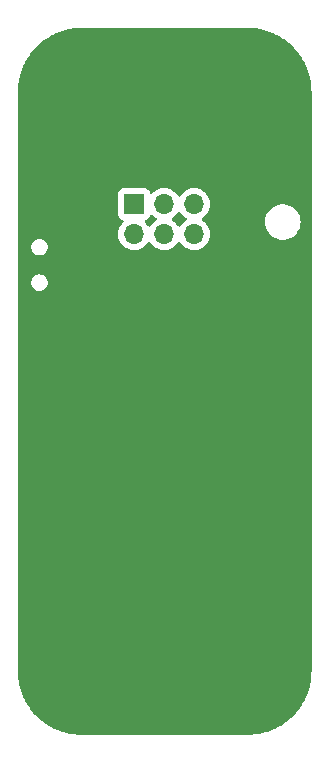
<source format=gtl>
%TF.GenerationSoftware,KiCad,Pcbnew,(7.0.0-0)*%
%TF.CreationDate,2023-07-23T12:51:30-06:00*%
%TF.ProjectId,SAO_pin,53414f5f-7069-46e2-9e6b-696361645f70,rev?*%
%TF.SameCoordinates,Original*%
%TF.FileFunction,Copper,L1,Top*%
%TF.FilePolarity,Positive*%
%FSLAX46Y46*%
G04 Gerber Fmt 4.6, Leading zero omitted, Abs format (unit mm)*
G04 Created by KiCad (PCBNEW (7.0.0-0)) date 2023-07-23 12:51:30*
%MOMM*%
%LPD*%
G01*
G04 APERTURE LIST*
%TA.AperFunction,ComponentPad*%
%ADD10R,1.700000X1.700000*%
%TD*%
%TA.AperFunction,ComponentPad*%
%ADD11O,1.700000X1.700000*%
%TD*%
G04 APERTURE END LIST*
D10*
%TO.P,J1,1,Pin_1*%
%TO.N,Net-(J1-Pin_1)*%
X90419999Y-51999999D03*
D11*
%TO.P,J1,2,Pin_2*%
%TO.N,GND*%
X90419999Y-54539999D03*
%TO.P,J1,3,Pin_3*%
%TO.N,unconnected-(J1-Pin_3-Pad3)*%
X92959999Y-51999999D03*
%TO.P,J1,4,Pin_4*%
%TO.N,unconnected-(J1-Pin_4-Pad4)*%
X92959999Y-54539999D03*
%TO.P,J1,5,Pin_5*%
%TO.N,unconnected-(J1-Pin_5-Pad5)*%
X95499999Y-51999999D03*
%TO.P,J1,6,Pin_6*%
%TO.N,unconnected-(J1-Pin_6-Pad6)*%
X95499999Y-54539999D03*
%TD*%
%TA.AperFunction,NonConductor*%
G36*
X100031971Y-37070461D02*
G01*
X100034739Y-37070494D01*
X100162261Y-37072058D01*
X100165230Y-37072132D01*
X100294621Y-37076897D01*
X100297604Y-37077043D01*
X100426865Y-37084985D01*
X100429880Y-37085208D01*
X100558920Y-37096320D01*
X100561847Y-37096608D01*
X100690664Y-37110893D01*
X100693516Y-37111245D01*
X100821960Y-37128691D01*
X100824816Y-37129115D01*
X100952671Y-37149686D01*
X100955597Y-37150193D01*
X101082952Y-37173906D01*
X101085842Y-37174481D01*
X101212594Y-37201314D01*
X101215474Y-37201961D01*
X101341475Y-37231883D01*
X101344368Y-37232608D01*
X101459019Y-37262828D01*
X101469581Y-37265612D01*
X101472512Y-37266423D01*
X101596887Y-37302490D01*
X101599734Y-37303354D01*
X101723128Y-37342445D01*
X101726001Y-37343394D01*
X101848459Y-37385521D01*
X101851300Y-37386537D01*
X101972682Y-37431657D01*
X101975521Y-37432753D01*
X102095658Y-37480798D01*
X102098469Y-37481962D01*
X102217479Y-37532977D01*
X102220262Y-37534210D01*
X102337957Y-37588119D01*
X102340707Y-37589420D01*
X102457063Y-37646210D01*
X102459782Y-37647579D01*
X102574674Y-37707189D01*
X102577312Y-37708598D01*
X102690860Y-37771095D01*
X102693365Y-37772515D01*
X102805085Y-37837628D01*
X102805195Y-37837692D01*
X102807794Y-37839249D01*
X102917879Y-37907082D01*
X102918042Y-37907182D01*
X102920567Y-37908780D01*
X103029092Y-37979383D01*
X103031621Y-37981074D01*
X103138391Y-38054326D01*
X103140880Y-38056079D01*
X103245784Y-38131904D01*
X103248228Y-38133716D01*
X103351264Y-38212110D01*
X103353602Y-38213934D01*
X103454685Y-38294836D01*
X103457037Y-38296766D01*
X103556124Y-38380140D01*
X103558428Y-38382128D01*
X103655383Y-38467859D01*
X103657617Y-38469883D01*
X103699343Y-38508644D01*
X103752480Y-38558007D01*
X103754669Y-38560091D01*
X103847415Y-38650587D01*
X103849511Y-38652684D01*
X103939874Y-38745295D01*
X103941970Y-38747497D01*
X104030116Y-38842383D01*
X104032119Y-38844592D01*
X104117873Y-38941571D01*
X104119858Y-38943872D01*
X104203236Y-39042966D01*
X104205165Y-39045317D01*
X104286040Y-39146366D01*
X104287897Y-39148746D01*
X104366290Y-39251780D01*
X104368060Y-39254166D01*
X104368096Y-39254215D01*
X104443923Y-39359122D01*
X104445675Y-39361611D01*
X104518931Y-39468387D01*
X104520577Y-39470849D01*
X104591189Y-39579385D01*
X104592811Y-39581947D01*
X104660743Y-39692195D01*
X104662307Y-39694804D01*
X104727460Y-39806592D01*
X104728953Y-39809227D01*
X104791401Y-39922689D01*
X104792836Y-39925373D01*
X104852437Y-40040249D01*
X104853805Y-40042967D01*
X104910593Y-40159320D01*
X104911894Y-40162072D01*
X104965792Y-40279747D01*
X104967024Y-40282526D01*
X105018027Y-40401500D01*
X105019193Y-40404315D01*
X105067255Y-40524501D01*
X105068350Y-40527338D01*
X105113456Y-40648683D01*
X105114482Y-40651551D01*
X105156588Y-40773949D01*
X105157542Y-40776837D01*
X105196646Y-40900271D01*
X105197529Y-40903184D01*
X105233565Y-41027449D01*
X105234377Y-41030380D01*
X105267381Y-41155591D01*
X105268121Y-41158545D01*
X105298026Y-41284470D01*
X105298692Y-41287439D01*
X105325506Y-41414095D01*
X105326100Y-41417079D01*
X105349797Y-41544352D01*
X105350317Y-41547352D01*
X105370875Y-41675123D01*
X105371322Y-41678133D01*
X105388744Y-41806412D01*
X105389116Y-41809432D01*
X105403381Y-41938057D01*
X105403680Y-41941085D01*
X105414792Y-42070114D01*
X105415016Y-42073151D01*
X105422954Y-42202365D01*
X105423103Y-42205404D01*
X105427866Y-42334732D01*
X105427941Y-42337774D01*
X105429540Y-42468030D01*
X105429549Y-42469552D01*
X105429549Y-91530448D01*
X105429540Y-91531970D01*
X105427941Y-91662224D01*
X105427866Y-91665266D01*
X105423103Y-91794594D01*
X105422954Y-91797634D01*
X105415015Y-91926852D01*
X105414791Y-91929886D01*
X105403682Y-92058897D01*
X105403383Y-92061928D01*
X105389118Y-92190549D01*
X105388746Y-92193568D01*
X105371321Y-92321865D01*
X105370875Y-92324874D01*
X105350309Y-92452692D01*
X105349797Y-92455646D01*
X105326100Y-92582919D01*
X105325506Y-92585903D01*
X105298692Y-92712559D01*
X105298026Y-92715528D01*
X105268121Y-92841453D01*
X105267381Y-92844407D01*
X105234377Y-92969618D01*
X105233565Y-92972549D01*
X105197529Y-93096814D01*
X105196646Y-93099727D01*
X105157542Y-93223161D01*
X105156588Y-93226049D01*
X105114482Y-93348447D01*
X105113456Y-93351315D01*
X105068350Y-93472660D01*
X105067255Y-93475498D01*
X105019201Y-93595662D01*
X105018035Y-93598476D01*
X104967015Y-93717492D01*
X104965783Y-93720272D01*
X104911894Y-93837927D01*
X104910593Y-93840678D01*
X104853805Y-93957031D01*
X104852437Y-93959749D01*
X104792836Y-94074625D01*
X104791401Y-94077309D01*
X104728953Y-94190771D01*
X104727452Y-94193421D01*
X104662307Y-94305194D01*
X104660743Y-94307803D01*
X104592811Y-94418051D01*
X104591195Y-94420603D01*
X104520616Y-94529091D01*
X104518931Y-94531611D01*
X104445675Y-94638387D01*
X104443923Y-94640876D01*
X104368087Y-94745796D01*
X104366274Y-94748240D01*
X104287913Y-94851232D01*
X104286040Y-94853632D01*
X104205165Y-94954681D01*
X104203236Y-94957032D01*
X104119858Y-95056126D01*
X104117869Y-95058432D01*
X104032161Y-95155360D01*
X104030116Y-95157615D01*
X103941970Y-95252501D01*
X103939874Y-95254703D01*
X103849515Y-95347310D01*
X103847361Y-95349464D01*
X103754684Y-95439893D01*
X103752481Y-95441991D01*
X103657639Y-95530095D01*
X103655383Y-95532139D01*
X103558428Y-95617870D01*
X103556124Y-95619858D01*
X103457037Y-95703232D01*
X103454685Y-95705162D01*
X103353633Y-95786039D01*
X103351233Y-95787912D01*
X103248228Y-95866282D01*
X103245784Y-95868094D01*
X103140880Y-95943919D01*
X103138391Y-95945672D01*
X103031621Y-96018924D01*
X103029092Y-96020615D01*
X102920614Y-96091188D01*
X102918042Y-96092816D01*
X102807805Y-96160742D01*
X102805195Y-96162306D01*
X102693407Y-96227459D01*
X102690799Y-96228937D01*
X102609412Y-96273732D01*
X102577358Y-96291375D01*
X102574674Y-96292809D01*
X102459782Y-96352419D01*
X102457063Y-96353788D01*
X102340707Y-96410578D01*
X102337957Y-96411879D01*
X102220262Y-96465788D01*
X102217479Y-96467021D01*
X102098469Y-96518036D01*
X102095658Y-96519200D01*
X101975521Y-96567245D01*
X101972682Y-96568341D01*
X101851316Y-96613455D01*
X101848448Y-96614481D01*
X101726001Y-96656604D01*
X101723113Y-96657558D01*
X101599779Y-96696630D01*
X101596866Y-96697514D01*
X101472512Y-96733575D01*
X101469581Y-96734386D01*
X101344408Y-96767380D01*
X101341453Y-96768120D01*
X101215474Y-96798037D01*
X101212517Y-96798701D01*
X101085927Y-96825500D01*
X101082944Y-96826093D01*
X100955633Y-96849798D01*
X100952633Y-96850318D01*
X100824888Y-96870872D01*
X100821881Y-96871318D01*
X100693596Y-96888742D01*
X100690585Y-96889114D01*
X100561901Y-96903384D01*
X100558872Y-96903682D01*
X100429886Y-96914789D01*
X100426853Y-96915013D01*
X100297633Y-96922953D01*
X100294592Y-96923102D01*
X100165268Y-96927865D01*
X100162226Y-96927940D01*
X100031971Y-96929539D01*
X100030449Y-96929548D01*
X85969551Y-96929548D01*
X85968029Y-96929539D01*
X85837773Y-96927940D01*
X85834731Y-96927865D01*
X85705406Y-96923102D01*
X85702365Y-96922953D01*
X85573142Y-96915013D01*
X85570109Y-96914789D01*
X85441089Y-96903679D01*
X85438059Y-96903380D01*
X85309448Y-96889117D01*
X85306428Y-96888745D01*
X85178132Y-96871320D01*
X85175123Y-96870874D01*
X85143069Y-96865716D01*
X85047339Y-96850314D01*
X85044366Y-96849798D01*
X84917055Y-96826093D01*
X84914071Y-96825499D01*
X84787453Y-96798694D01*
X84784485Y-96798028D01*
X84658545Y-96768120D01*
X84655590Y-96767380D01*
X84530417Y-96734386D01*
X84527487Y-96733575D01*
X84403145Y-96697518D01*
X84400262Y-96696643D01*
X84276812Y-96657534D01*
X84273949Y-96656588D01*
X84151537Y-96614477D01*
X84148698Y-96613461D01*
X84028420Y-96568752D01*
X84027371Y-96568362D01*
X84024533Y-96567267D01*
X83927687Y-96528538D01*
X83904257Y-96519168D01*
X83901492Y-96518022D01*
X83782520Y-96467021D01*
X83779780Y-96465807D01*
X83662629Y-96412149D01*
X83662070Y-96411893D01*
X83659319Y-96410592D01*
X83542966Y-96353804D01*
X83540248Y-96352436D01*
X83425372Y-96292835D01*
X83422688Y-96291400D01*
X83309226Y-96228952D01*
X83306630Y-96227481D01*
X83218426Y-96176074D01*
X83194803Y-96162306D01*
X83192194Y-96160742D01*
X83081946Y-96092810D01*
X83079430Y-96091217D01*
X82970848Y-96020576D01*
X82968386Y-96018930D01*
X82861610Y-95945674D01*
X82859121Y-95943922D01*
X82811818Y-95909731D01*
X82754165Y-95868059D01*
X82751769Y-95866282D01*
X82648745Y-95787896D01*
X82646385Y-95786055D01*
X82545316Y-95705164D01*
X82542965Y-95703235D01*
X82443871Y-95619857D01*
X82441593Y-95617892D01*
X82344591Y-95532118D01*
X82342382Y-95530115D01*
X82247496Y-95441969D01*
X82245293Y-95439873D01*
X82152603Y-95349431D01*
X82150508Y-95347335D01*
X82060104Y-95254683D01*
X82058006Y-95252480D01*
X81969902Y-95157638D01*
X81967858Y-95155382D01*
X81882127Y-95058427D01*
X81880139Y-95056123D01*
X81796765Y-94957036D01*
X81794835Y-94954684D01*
X81794833Y-94954681D01*
X81713933Y-94853601D01*
X81712109Y-94851263D01*
X81633715Y-94748227D01*
X81631903Y-94745783D01*
X81556078Y-94640879D01*
X81554325Y-94638390D01*
X81481073Y-94531620D01*
X81479382Y-94529091D01*
X81408816Y-94420623D01*
X81408779Y-94420566D01*
X81407181Y-94418041D01*
X81339255Y-94307804D01*
X81339254Y-94307803D01*
X81339248Y-94307793D01*
X81337691Y-94305194D01*
X81272547Y-94193421D01*
X81272514Y-94193364D01*
X81271094Y-94190859D01*
X81208596Y-94077309D01*
X81207188Y-94074673D01*
X81147578Y-93959781D01*
X81146209Y-93957062D01*
X81089419Y-93840706D01*
X81088119Y-93837956D01*
X81034216Y-93720275D01*
X81032982Y-93717492D01*
X80981963Y-93598474D01*
X80980798Y-93595663D01*
X80980798Y-93595662D01*
X80932724Y-93475451D01*
X80931648Y-93472660D01*
X80886542Y-93351315D01*
X80885516Y-93348447D01*
X80843393Y-93226000D01*
X80842439Y-93223112D01*
X80803335Y-93099675D01*
X80802505Y-93096942D01*
X80766412Y-92972476D01*
X80765621Y-92969618D01*
X80763718Y-92962401D01*
X80732607Y-92844367D01*
X80731882Y-92841474D01*
X80701962Y-92715480D01*
X80701296Y-92712512D01*
X80674494Y-92585912D01*
X80673900Y-92582928D01*
X80650187Y-92455567D01*
X80649690Y-92452701D01*
X80629114Y-92324815D01*
X80628688Y-92321947D01*
X80611246Y-92193529D01*
X80610892Y-92190657D01*
X80596607Y-92061844D01*
X80596318Y-92058907D01*
X80596317Y-92058897D01*
X80585200Y-91929804D01*
X80584987Y-91926916D01*
X80577042Y-91797600D01*
X80576895Y-91794594D01*
X80572132Y-91665267D01*
X80572057Y-91662223D01*
X80570460Y-91531970D01*
X80570451Y-91530450D01*
X80570451Y-58735056D01*
X81689500Y-58735056D01*
X81691293Y-58742332D01*
X81691294Y-58742337D01*
X81728415Y-58892944D01*
X81730210Y-58900225D01*
X81733693Y-58906862D01*
X81733695Y-58906866D01*
X81796129Y-59025823D01*
X81809266Y-59050852D01*
X81922071Y-59178183D01*
X82062070Y-59274818D01*
X82221128Y-59335140D01*
X82347628Y-59350500D01*
X82428623Y-59350500D01*
X82432372Y-59350500D01*
X82558872Y-59335140D01*
X82717930Y-59274818D01*
X82857929Y-59178183D01*
X82970734Y-59050852D01*
X83049790Y-58900225D01*
X83090500Y-58735056D01*
X83090500Y-58564944D01*
X83049790Y-58399775D01*
X82970734Y-58249148D01*
X82857929Y-58121817D01*
X82851760Y-58117558D01*
X82851758Y-58117557D01*
X82724106Y-58029445D01*
X82724105Y-58029444D01*
X82717930Y-58025182D01*
X82710915Y-58022521D01*
X82710912Y-58022520D01*
X82565888Y-57967520D01*
X82565882Y-57967518D01*
X82558872Y-57964860D01*
X82551427Y-57963956D01*
X82551423Y-57963955D01*
X82436092Y-57949951D01*
X82436080Y-57949950D01*
X82432372Y-57949500D01*
X82347628Y-57949500D01*
X82343920Y-57949950D01*
X82343907Y-57949951D01*
X82228576Y-57963955D01*
X82228570Y-57963956D01*
X82221128Y-57964860D01*
X82214119Y-57967517D01*
X82214111Y-57967520D01*
X82069087Y-58022520D01*
X82069081Y-58022523D01*
X82062070Y-58025182D01*
X82055897Y-58029442D01*
X82055893Y-58029445D01*
X81928241Y-58117557D01*
X81928235Y-58117562D01*
X81922071Y-58121817D01*
X81917099Y-58127428D01*
X81917098Y-58127430D01*
X81814241Y-58243531D01*
X81814236Y-58243537D01*
X81809266Y-58249148D01*
X81805780Y-58255788D01*
X81805779Y-58255791D01*
X81733695Y-58393133D01*
X81733692Y-58393140D01*
X81730210Y-58399775D01*
X81728416Y-58407050D01*
X81728415Y-58407055D01*
X81691294Y-58557662D01*
X81691293Y-58557668D01*
X81689500Y-58564944D01*
X81689500Y-58735056D01*
X80570451Y-58735056D01*
X80570451Y-55735056D01*
X81689500Y-55735056D01*
X81691293Y-55742332D01*
X81691294Y-55742337D01*
X81724008Y-55875063D01*
X81730210Y-55900225D01*
X81733693Y-55906862D01*
X81733695Y-55906866D01*
X81796129Y-56025823D01*
X81809266Y-56050852D01*
X81922071Y-56178183D01*
X82062070Y-56274818D01*
X82221128Y-56335140D01*
X82347628Y-56350500D01*
X82428623Y-56350500D01*
X82432372Y-56350500D01*
X82558872Y-56335140D01*
X82717930Y-56274818D01*
X82857929Y-56178183D01*
X82970734Y-56050852D01*
X83049790Y-55900225D01*
X83090500Y-55735056D01*
X83090500Y-55564944D01*
X83049790Y-55399775D01*
X82970734Y-55249148D01*
X82857929Y-55121817D01*
X82851760Y-55117558D01*
X82851758Y-55117557D01*
X82724106Y-55029445D01*
X82724105Y-55029444D01*
X82717930Y-55025182D01*
X82710915Y-55022521D01*
X82710912Y-55022520D01*
X82565888Y-54967520D01*
X82565882Y-54967518D01*
X82558872Y-54964860D01*
X82551427Y-54963956D01*
X82551423Y-54963955D01*
X82436092Y-54949951D01*
X82436080Y-54949950D01*
X82432372Y-54949500D01*
X82347628Y-54949500D01*
X82343920Y-54949950D01*
X82343907Y-54949951D01*
X82228576Y-54963955D01*
X82228570Y-54963956D01*
X82221128Y-54964860D01*
X82214119Y-54967517D01*
X82214111Y-54967520D01*
X82069087Y-55022520D01*
X82069081Y-55022523D01*
X82062070Y-55025182D01*
X82055897Y-55029442D01*
X82055893Y-55029445D01*
X81928241Y-55117557D01*
X81928235Y-55117562D01*
X81922071Y-55121817D01*
X81917099Y-55127428D01*
X81917098Y-55127430D01*
X81814241Y-55243531D01*
X81814236Y-55243537D01*
X81809266Y-55249148D01*
X81805780Y-55255788D01*
X81805779Y-55255791D01*
X81733695Y-55393133D01*
X81733692Y-55393140D01*
X81730210Y-55399775D01*
X81728416Y-55407050D01*
X81728415Y-55407055D01*
X81691294Y-55557662D01*
X81691293Y-55557668D01*
X81689500Y-55564944D01*
X81689500Y-55735056D01*
X80570451Y-55735056D01*
X80570451Y-54540000D01*
X89064341Y-54540000D01*
X89064813Y-54545395D01*
X89083354Y-54757321D01*
X89084937Y-54775408D01*
X89086336Y-54780630D01*
X89086337Y-54780634D01*
X89144694Y-54998430D01*
X89144697Y-54998438D01*
X89146097Y-55003663D01*
X89148385Y-55008570D01*
X89148386Y-55008572D01*
X89243678Y-55212927D01*
X89243681Y-55212933D01*
X89245965Y-55217830D01*
X89249064Y-55222257D01*
X89249066Y-55222259D01*
X89378399Y-55406966D01*
X89378402Y-55406970D01*
X89381505Y-55411401D01*
X89548599Y-55578495D01*
X89742170Y-55714035D01*
X89747070Y-55716320D01*
X89747072Y-55716321D01*
X89801443Y-55741674D01*
X89956337Y-55813903D01*
X90184592Y-55875063D01*
X90420000Y-55895659D01*
X90655408Y-55875063D01*
X90883663Y-55813903D01*
X91097830Y-55714035D01*
X91291401Y-55578495D01*
X91458495Y-55411401D01*
X91588424Y-55225842D01*
X91632743Y-55186976D01*
X91690000Y-55172965D01*
X91747257Y-55186976D01*
X91791575Y-55225842D01*
X91918395Y-55406961D01*
X91918401Y-55406968D01*
X91921505Y-55411401D01*
X92088599Y-55578495D01*
X92282170Y-55714035D01*
X92287070Y-55716320D01*
X92287072Y-55716321D01*
X92341443Y-55741674D01*
X92496337Y-55813903D01*
X92724592Y-55875063D01*
X92960000Y-55895659D01*
X93195408Y-55875063D01*
X93423663Y-55813903D01*
X93637830Y-55714035D01*
X93831401Y-55578495D01*
X93998495Y-55411401D01*
X94128424Y-55225842D01*
X94172743Y-55186976D01*
X94230000Y-55172965D01*
X94287257Y-55186976D01*
X94331575Y-55225842D01*
X94458395Y-55406961D01*
X94458401Y-55406968D01*
X94461505Y-55411401D01*
X94628599Y-55578495D01*
X94822170Y-55714035D01*
X94827070Y-55716320D01*
X94827072Y-55716321D01*
X94881443Y-55741674D01*
X95036337Y-55813903D01*
X95264592Y-55875063D01*
X95500000Y-55895659D01*
X95735408Y-55875063D01*
X95963663Y-55813903D01*
X96177830Y-55714035D01*
X96371401Y-55578495D01*
X96538495Y-55411401D01*
X96674035Y-55217830D01*
X96773903Y-55003663D01*
X96835063Y-54775408D01*
X96855659Y-54540000D01*
X96835063Y-54304592D01*
X96773903Y-54076337D01*
X96674035Y-53862171D01*
X96538495Y-53668599D01*
X96371401Y-53501505D01*
X96369252Y-53500000D01*
X101494357Y-53500000D01*
X101494781Y-53505117D01*
X101514467Y-53742701D01*
X101514468Y-53742709D01*
X101514892Y-53747821D01*
X101516149Y-53752788D01*
X101516151Y-53752795D01*
X101545093Y-53867081D01*
X101575937Y-53988881D01*
X101577997Y-53993577D01*
X101673766Y-54211910D01*
X101673769Y-54211916D01*
X101675827Y-54216607D01*
X101678627Y-54220893D01*
X101678631Y-54220900D01*
X101806675Y-54416885D01*
X101811836Y-54424785D01*
X101815310Y-54428559D01*
X101815311Y-54428560D01*
X101976784Y-54603967D01*
X101976787Y-54603970D01*
X101980256Y-54607738D01*
X102176491Y-54760474D01*
X102395190Y-54878828D01*
X102630386Y-54959571D01*
X102875665Y-55000500D01*
X103119201Y-55000500D01*
X103124335Y-55000500D01*
X103369614Y-54959571D01*
X103604810Y-54878828D01*
X103823509Y-54760474D01*
X104019744Y-54607738D01*
X104188164Y-54424785D01*
X104324173Y-54216607D01*
X104424063Y-53988881D01*
X104485108Y-53747821D01*
X104505643Y-53500000D01*
X104485108Y-53252179D01*
X104424063Y-53011119D01*
X104324173Y-52783393D01*
X104255205Y-52677830D01*
X104190971Y-52579512D01*
X104188164Y-52575215D01*
X104184688Y-52571439D01*
X104023215Y-52396032D01*
X104023211Y-52396029D01*
X104019744Y-52392262D01*
X103823509Y-52239526D01*
X103805938Y-52230017D01*
X103609316Y-52123610D01*
X103609310Y-52123607D01*
X103604810Y-52121172D01*
X103599969Y-52119510D01*
X103599962Y-52119507D01*
X103374465Y-52042094D01*
X103374461Y-52042093D01*
X103369614Y-52040429D01*
X103360768Y-52038952D01*
X103129398Y-52000344D01*
X103129387Y-52000343D01*
X103124335Y-51999500D01*
X102875665Y-51999500D01*
X102870613Y-52000343D01*
X102870601Y-52000344D01*
X102635443Y-52039585D01*
X102635441Y-52039585D01*
X102630386Y-52040429D01*
X102625541Y-52042092D01*
X102625534Y-52042094D01*
X102400037Y-52119507D01*
X102400026Y-52119511D01*
X102395190Y-52121172D01*
X102390693Y-52123605D01*
X102390683Y-52123610D01*
X102181002Y-52237084D01*
X102180995Y-52237088D01*
X102176491Y-52239526D01*
X102172448Y-52242672D01*
X102172440Y-52242678D01*
X101984304Y-52389111D01*
X101980256Y-52392262D01*
X101976793Y-52396023D01*
X101976784Y-52396032D01*
X101815311Y-52571439D01*
X101815305Y-52571446D01*
X101811836Y-52575215D01*
X101809031Y-52579506D01*
X101809028Y-52579512D01*
X101678631Y-52779099D01*
X101678624Y-52779111D01*
X101675827Y-52783393D01*
X101673772Y-52788077D01*
X101673766Y-52788089D01*
X101596275Y-52964753D01*
X101575937Y-53011119D01*
X101574679Y-53016084D01*
X101574678Y-53016089D01*
X101516151Y-53247204D01*
X101516149Y-53247213D01*
X101514892Y-53252179D01*
X101514468Y-53257288D01*
X101514467Y-53257298D01*
X101499939Y-53432633D01*
X101494357Y-53500000D01*
X96369252Y-53500000D01*
X96366968Y-53498401D01*
X96366961Y-53498395D01*
X96185842Y-53371575D01*
X96146976Y-53327257D01*
X96132965Y-53270000D01*
X96146976Y-53212743D01*
X96185842Y-53168425D01*
X96366961Y-53041604D01*
X96366961Y-53041603D01*
X96371401Y-53038495D01*
X96538495Y-52871401D01*
X96674035Y-52677830D01*
X96773903Y-52463663D01*
X96835063Y-52235408D01*
X96855659Y-52000000D01*
X96835063Y-51764592D01*
X96773903Y-51536337D01*
X96674035Y-51322171D01*
X96538495Y-51128599D01*
X96371401Y-50961505D01*
X96366970Y-50958402D01*
X96366966Y-50958399D01*
X96182259Y-50829066D01*
X96182257Y-50829064D01*
X96177830Y-50825965D01*
X96172933Y-50823681D01*
X96172927Y-50823678D01*
X95968572Y-50728386D01*
X95968570Y-50728385D01*
X95963663Y-50726097D01*
X95958438Y-50724697D01*
X95958430Y-50724694D01*
X95740634Y-50666337D01*
X95740630Y-50666336D01*
X95735408Y-50664937D01*
X95730020Y-50664465D01*
X95730017Y-50664465D01*
X95505395Y-50644813D01*
X95500000Y-50644341D01*
X95494605Y-50644813D01*
X95269982Y-50664465D01*
X95269977Y-50664465D01*
X95264592Y-50664937D01*
X95259371Y-50666335D01*
X95259365Y-50666337D01*
X95041569Y-50724694D01*
X95041557Y-50724698D01*
X95036337Y-50726097D01*
X95031432Y-50728383D01*
X95031427Y-50728386D01*
X94827081Y-50823675D01*
X94827077Y-50823677D01*
X94822171Y-50825965D01*
X94817738Y-50829068D01*
X94817731Y-50829073D01*
X94633034Y-50958399D01*
X94633029Y-50958402D01*
X94628599Y-50961505D01*
X94624775Y-50965328D01*
X94624769Y-50965334D01*
X94465334Y-51124769D01*
X94465328Y-51124775D01*
X94461505Y-51128599D01*
X94458402Y-51133029D01*
X94458399Y-51133034D01*
X94331575Y-51314159D01*
X94287257Y-51353025D01*
X94230000Y-51367036D01*
X94172743Y-51353025D01*
X94128425Y-51314159D01*
X94001600Y-51133034D01*
X93998495Y-51128599D01*
X93831401Y-50961505D01*
X93826970Y-50958402D01*
X93826966Y-50958399D01*
X93642259Y-50829066D01*
X93642257Y-50829064D01*
X93637830Y-50825965D01*
X93632933Y-50823681D01*
X93632927Y-50823678D01*
X93428572Y-50728386D01*
X93428570Y-50728385D01*
X93423663Y-50726097D01*
X93418438Y-50724697D01*
X93418430Y-50724694D01*
X93200634Y-50666337D01*
X93200630Y-50666336D01*
X93195408Y-50664937D01*
X93190020Y-50664465D01*
X93190017Y-50664465D01*
X92965395Y-50644813D01*
X92960000Y-50644341D01*
X92954605Y-50644813D01*
X92729982Y-50664465D01*
X92729977Y-50664465D01*
X92724592Y-50664937D01*
X92719371Y-50666335D01*
X92719365Y-50666337D01*
X92501569Y-50724694D01*
X92501557Y-50724698D01*
X92496337Y-50726097D01*
X92491432Y-50728383D01*
X92491427Y-50728386D01*
X92287081Y-50823675D01*
X92287077Y-50823677D01*
X92282171Y-50825965D01*
X92277738Y-50829068D01*
X92277731Y-50829073D01*
X92093034Y-50958399D01*
X92093029Y-50958402D01*
X92088599Y-50961505D01*
X92084774Y-50965329D01*
X92084775Y-50965329D01*
X91966673Y-51083431D01*
X91913926Y-51114726D01*
X91852633Y-51116915D01*
X91797789Y-51089462D01*
X91762810Y-51039082D01*
X91735304Y-50965336D01*
X91713796Y-50907669D01*
X91627546Y-50792454D01*
X91537030Y-50724694D01*
X91519431Y-50711519D01*
X91519430Y-50711518D01*
X91512331Y-50706204D01*
X91405442Y-50666337D01*
X91384752Y-50658620D01*
X91384750Y-50658619D01*
X91377483Y-50655909D01*
X91369770Y-50655079D01*
X91369767Y-50655079D01*
X91321180Y-50649855D01*
X91321169Y-50649854D01*
X91317873Y-50649500D01*
X91314550Y-50649500D01*
X89525439Y-50649500D01*
X89525420Y-50649500D01*
X89522128Y-50649501D01*
X89518850Y-50649853D01*
X89518838Y-50649854D01*
X89470231Y-50655079D01*
X89470225Y-50655080D01*
X89462517Y-50655909D01*
X89455252Y-50658618D01*
X89455246Y-50658620D01*
X89335980Y-50703104D01*
X89335978Y-50703104D01*
X89327669Y-50706204D01*
X89320572Y-50711516D01*
X89320568Y-50711519D01*
X89219550Y-50787141D01*
X89219546Y-50787144D01*
X89212454Y-50792454D01*
X89207144Y-50799546D01*
X89207141Y-50799550D01*
X89131519Y-50900568D01*
X89131516Y-50900572D01*
X89126204Y-50907669D01*
X89123104Y-50915978D01*
X89123104Y-50915980D01*
X89078620Y-51035247D01*
X89078619Y-51035250D01*
X89075909Y-51042517D01*
X89075079Y-51050227D01*
X89075079Y-51050232D01*
X89069855Y-51098819D01*
X89069854Y-51098831D01*
X89069500Y-51102127D01*
X89069500Y-51105448D01*
X89069500Y-51105449D01*
X89069500Y-52894560D01*
X89069500Y-52894578D01*
X89069501Y-52897872D01*
X89069853Y-52901150D01*
X89069854Y-52901161D01*
X89075079Y-52949768D01*
X89075080Y-52949773D01*
X89075909Y-52957483D01*
X89078619Y-52964749D01*
X89078620Y-52964753D01*
X89104695Y-53034663D01*
X89126204Y-53092331D01*
X89131518Y-53099430D01*
X89131519Y-53099431D01*
X89187367Y-53174035D01*
X89212454Y-53207546D01*
X89327669Y-53293796D01*
X89417383Y-53327257D01*
X89459082Y-53342810D01*
X89509462Y-53377789D01*
X89536915Y-53432633D01*
X89534726Y-53493926D01*
X89503431Y-53546673D01*
X89381505Y-53668599D01*
X89378402Y-53673029D01*
X89378399Y-53673034D01*
X89249073Y-53857731D01*
X89249068Y-53857738D01*
X89245965Y-53862171D01*
X89243677Y-53867077D01*
X89243675Y-53867081D01*
X89148386Y-54071427D01*
X89148383Y-54071432D01*
X89146097Y-54076337D01*
X89144698Y-54081557D01*
X89144694Y-54081569D01*
X89086337Y-54299365D01*
X89086335Y-54299371D01*
X89084937Y-54304592D01*
X89064341Y-54540000D01*
X80570451Y-54540000D01*
X80570451Y-42469550D01*
X80570460Y-42468030D01*
X80572057Y-42337775D01*
X80572132Y-42334731D01*
X80576897Y-42205362D01*
X80577044Y-42202365D01*
X80584986Y-42073088D01*
X80585201Y-42070183D01*
X80596319Y-41941078D01*
X80596618Y-41938059D01*
X80610883Y-41809432D01*
X80611255Y-41806412D01*
X80628679Y-41678121D01*
X80629114Y-41675181D01*
X80649703Y-41547220D01*
X80650184Y-41544446D01*
X80673907Y-41417030D01*
X80674494Y-41414086D01*
X80701296Y-41287486D01*
X80701962Y-41284518D01*
X80709548Y-41252571D01*
X80731887Y-41158504D01*
X80732602Y-41155650D01*
X80765625Y-41030362D01*
X80766406Y-41027542D01*
X80802512Y-40903034D01*
X80803328Y-40900346D01*
X80842455Y-40776837D01*
X80843393Y-40773998D01*
X80843410Y-40773949D01*
X80885530Y-40651510D01*
X80886527Y-40648724D01*
X80931665Y-40527292D01*
X80932743Y-40524501D01*
X80980836Y-40404239D01*
X80981924Y-40401613D01*
X81033026Y-40282403D01*
X81034185Y-40279787D01*
X81088150Y-40161974D01*
X81089406Y-40159320D01*
X81146222Y-40042907D01*
X81147547Y-40040276D01*
X81207197Y-39925306D01*
X81208579Y-39922720D01*
X81271113Y-39809105D01*
X81272493Y-39806669D01*
X81337718Y-39694757D01*
X81339226Y-39692240D01*
X81407211Y-39581908D01*
X81408755Y-39579468D01*
X81479416Y-39470855D01*
X81481073Y-39468378D01*
X81554325Y-39361608D01*
X81556078Y-39359119D01*
X81631903Y-39254215D01*
X81633686Y-39251809D01*
X81712140Y-39148695D01*
X81713902Y-39146436D01*
X81794883Y-39045255D01*
X81796717Y-39043019D01*
X81880167Y-38943842D01*
X81882127Y-38941571D01*
X81967839Y-38844638D01*
X81967878Y-38844592D01*
X81969845Y-38842422D01*
X82058055Y-38747465D01*
X82060052Y-38745369D01*
X82150567Y-38652603D01*
X82152563Y-38650606D01*
X82245346Y-38560074D01*
X82247496Y-38558029D01*
X82334098Y-38477578D01*
X82342385Y-38469880D01*
X82344546Y-38467919D01*
X82441639Y-38382065D01*
X82443842Y-38380165D01*
X82543004Y-38296730D01*
X82545314Y-38294836D01*
X82646435Y-38213903D01*
X82648694Y-38212140D01*
X82751831Y-38133669D01*
X82754113Y-38131977D01*
X82859144Y-38056059D01*
X82861610Y-38054324D01*
X82945427Y-37996819D01*
X82968399Y-37981059D01*
X82970793Y-37979458D01*
X83079487Y-37908744D01*
X83081887Y-37907224D01*
X83192204Y-37839249D01*
X83194757Y-37837719D01*
X83306691Y-37772481D01*
X83309180Y-37771072D01*
X83411980Y-37714491D01*
X83422688Y-37708598D01*
X83425342Y-37707178D01*
X83540303Y-37647534D01*
X83542909Y-37646222D01*
X83659345Y-37589393D01*
X83662013Y-37588131D01*
X83779848Y-37534160D01*
X83782450Y-37533007D01*
X83901562Y-37481946D01*
X83904187Y-37480858D01*
X84024566Y-37432718D01*
X84027317Y-37431657D01*
X84148770Y-37386510D01*
X84151461Y-37385547D01*
X84274022Y-37343385D01*
X84276739Y-37342487D01*
X84400336Y-37303331D01*
X84403084Y-37302498D01*
X84527487Y-37266423D01*
X84530400Y-37265616D01*
X84655649Y-37232603D01*
X84658504Y-37231888D01*
X84784497Y-37201967D01*
X84787406Y-37201314D01*
X84914149Y-37174483D01*
X84917009Y-37173914D01*
X85044393Y-37150195D01*
X85047261Y-37149697D01*
X85175192Y-37129113D01*
X85178132Y-37128678D01*
X85183934Y-37127890D01*
X85306446Y-37111250D01*
X85309430Y-37110883D01*
X85438095Y-37096614D01*
X85441054Y-37096322D01*
X85570142Y-37085206D01*
X85573109Y-37084987D01*
X85702398Y-37077043D01*
X85705373Y-37076897D01*
X85834771Y-37072131D01*
X85837736Y-37072058D01*
X85965329Y-37070494D01*
X85968029Y-37070461D01*
X85969549Y-37070452D01*
X100030451Y-37070452D01*
X100031971Y-37070461D01*
G37*
%TD.AperFunction*%
%TA.AperFunction,NonConductor*%
G36*
X91913927Y-52885273D02*
G01*
X91966673Y-52916569D01*
X92088599Y-53038495D01*
X92093032Y-53041599D01*
X92093038Y-53041604D01*
X92274158Y-53168425D01*
X92313024Y-53212743D01*
X92327035Y-53270000D01*
X92313024Y-53327257D01*
X92274159Y-53371575D01*
X92093041Y-53498395D01*
X92088599Y-53501505D01*
X92084775Y-53505328D01*
X92084769Y-53505334D01*
X91925334Y-53664769D01*
X91925328Y-53664775D01*
X91921505Y-53668599D01*
X91918402Y-53673029D01*
X91918399Y-53673034D01*
X91791575Y-53854159D01*
X91747257Y-53893025D01*
X91690000Y-53907036D01*
X91632743Y-53893025D01*
X91588425Y-53854159D01*
X91517449Y-53752795D01*
X91458495Y-53668599D01*
X91336569Y-53546673D01*
X91305273Y-53493927D01*
X91303084Y-53432634D01*
X91330537Y-53377789D01*
X91380916Y-53342810D01*
X91512331Y-53293796D01*
X91627546Y-53207546D01*
X91713796Y-53092331D01*
X91762810Y-52960916D01*
X91797789Y-52910537D01*
X91852634Y-52883084D01*
X91913927Y-52885273D01*
G37*
%TD.AperFunction*%
%TA.AperFunction,NonConductor*%
G36*
X94287257Y-52646976D02*
G01*
X94331575Y-52685842D01*
X94458395Y-52866961D01*
X94458401Y-52866968D01*
X94461505Y-52871401D01*
X94628599Y-53038495D01*
X94633032Y-53041599D01*
X94633038Y-53041604D01*
X94814158Y-53168425D01*
X94853024Y-53212743D01*
X94867035Y-53270000D01*
X94853024Y-53327257D01*
X94814159Y-53371575D01*
X94633041Y-53498395D01*
X94628599Y-53501505D01*
X94624775Y-53505328D01*
X94624769Y-53505334D01*
X94465334Y-53664769D01*
X94465328Y-53664775D01*
X94461505Y-53668599D01*
X94458402Y-53673029D01*
X94458399Y-53673034D01*
X94331575Y-53854159D01*
X94287257Y-53893025D01*
X94230000Y-53907036D01*
X94172743Y-53893025D01*
X94128425Y-53854159D01*
X94057449Y-53752795D01*
X93998495Y-53668599D01*
X93831401Y-53501505D01*
X93826968Y-53498401D01*
X93826961Y-53498395D01*
X93645842Y-53371575D01*
X93606976Y-53327257D01*
X93592965Y-53270000D01*
X93606976Y-53212743D01*
X93645842Y-53168425D01*
X93826961Y-53041604D01*
X93826961Y-53041603D01*
X93831401Y-53038495D01*
X93998495Y-52871401D01*
X94128424Y-52685842D01*
X94172743Y-52646976D01*
X94230000Y-52632965D01*
X94287257Y-52646976D01*
G37*
%TD.AperFunction*%
M02*

</source>
